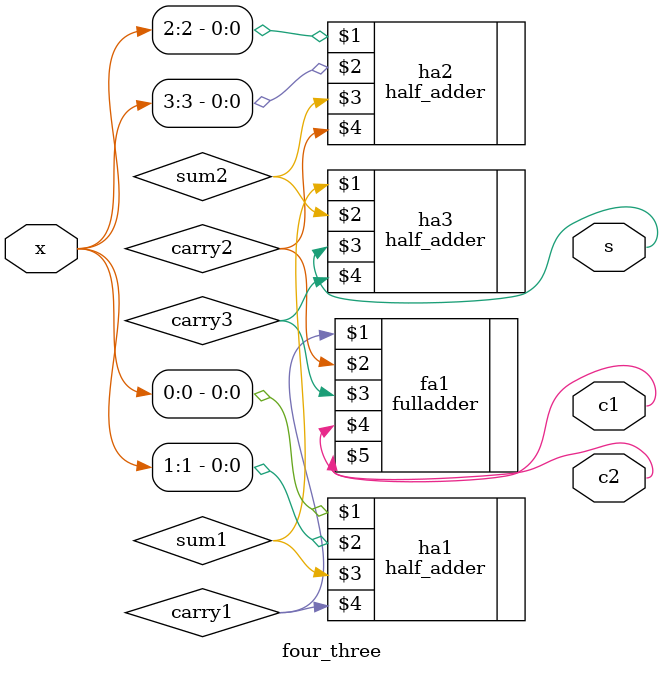
<source format=v>
`timescale 1ns / 1ps
module four_three(
    input [3:0] x,
    output s,c1,c2
    );
wire sum1,carry1,sum2,carry2,carry3;
half_adder ha1(x[0],x[1],sum1,carry1);
half_adder ha2(x[2],x[3],sum2,carry2);
half_adder ha3(sum1,sum2,s,carry3);
fulladder fa1(carry1,carry2,carry3,c1,c2);

endmodule

</source>
